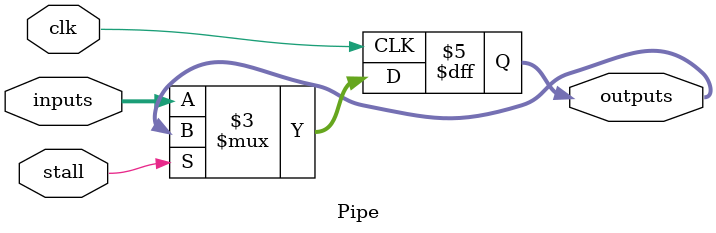
<source format=v>
module Pipe(
    clk,
    stall,
    inputs,
    outputs
);

parameter INPUT_LEN = 32;
input stall, clk;
input [INPUT_LEN - 1 : 0] inputs;
output reg [INPUT_LEN - 1 : 0] outputs;

// assign outputs = inputs;

always @(posedge clk) begin
    if (!stall) begin
        outputs <= inputs;
    end
end



endmodule

</source>
